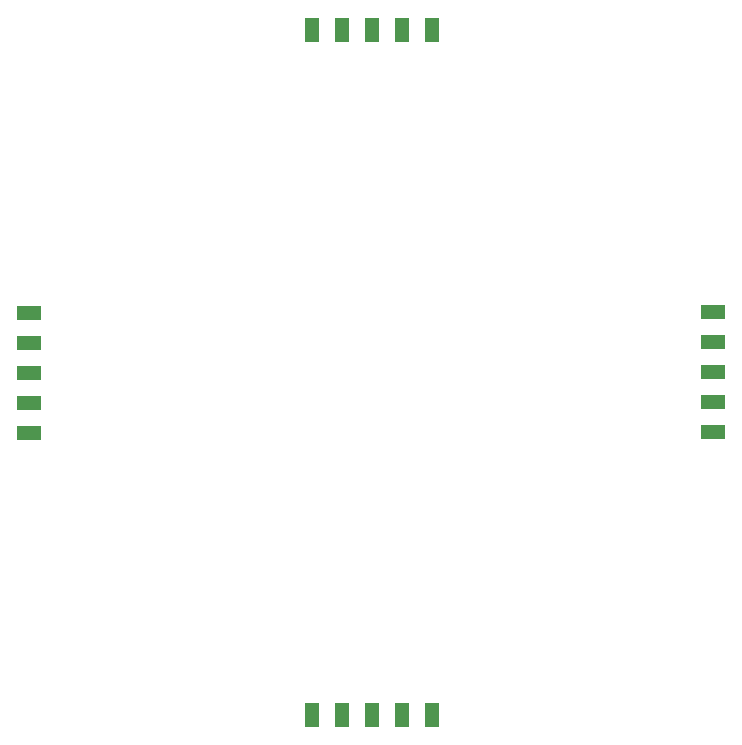
<source format=gbr>
G04 #@! TF.GenerationSoftware,KiCad,Pcbnew,(5.0.0-rc2-dev-111-gc69db6c)*
G04 #@! TF.CreationDate,2018-03-20T00:35:28-07:00*
G04 #@! TF.ProjectId,Feather_Trellis,466561746865725F5472656C6C69732E,rev?*
G04 #@! TF.SameCoordinates,Original*
G04 #@! TF.FileFunction,Paste,Bot*
G04 #@! TF.FilePolarity,Positive*
%FSLAX46Y46*%
G04 Gerber Fmt 4.6, Leading zero omitted, Abs format (unit mm)*
G04 Created by KiCad (PCBNEW (5.0.0-rc2-dev-111-gc69db6c)) date Tuesday, March 20, 2018 at 12:35:28 AM*
%MOMM*%
%LPD*%
G01*
G04 APERTURE LIST*
%ADD10R,2.000000X1.270000*%
%ADD11R,1.270000X2.000000*%
G04 APERTURE END LIST*
D10*
X148840000Y-65030000D03*
X148840000Y-62490000D03*
X148840000Y-59950000D03*
X148840000Y-57410000D03*
X148840000Y-54870000D03*
D11*
X125080000Y-89000000D03*
X122540000Y-89000000D03*
X120000000Y-89000000D03*
X117460000Y-89000000D03*
X114920000Y-89000000D03*
D10*
X91000000Y-65080000D03*
X91000000Y-62540000D03*
X91000000Y-60000000D03*
X91000000Y-57460000D03*
X91000000Y-54920000D03*
D11*
X114920000Y-30950000D03*
X117460000Y-30950000D03*
X120000000Y-30950000D03*
X122540000Y-30950000D03*
X125080000Y-30950000D03*
M02*

</source>
